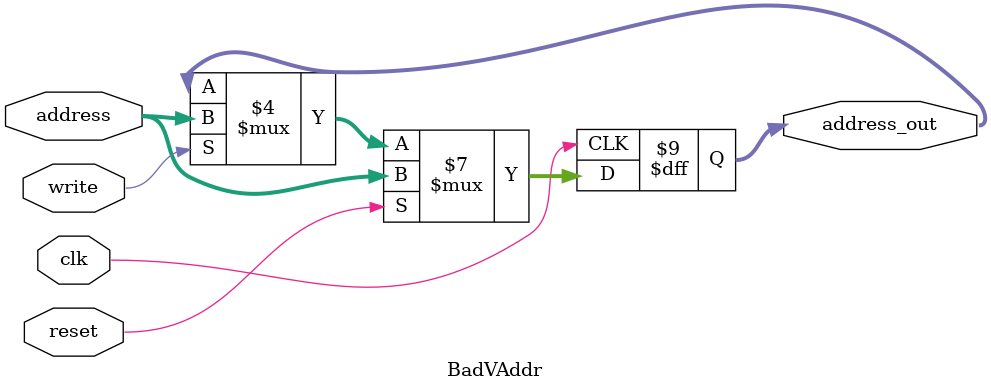
<source format=v>
`timescale 1ns / 1ps


module BadVAddr(
    input clk,reset,
    input write,
    input [31:0]address,
    output reg [31:0]address_out
    );
    always@(posedge clk)
        begin
            if(reset==1)
                begin
                    address_out<=address;
                end 
            else if(write==1)
                begin
                    address_out<=address;
                end
        end
endmodule

</source>
